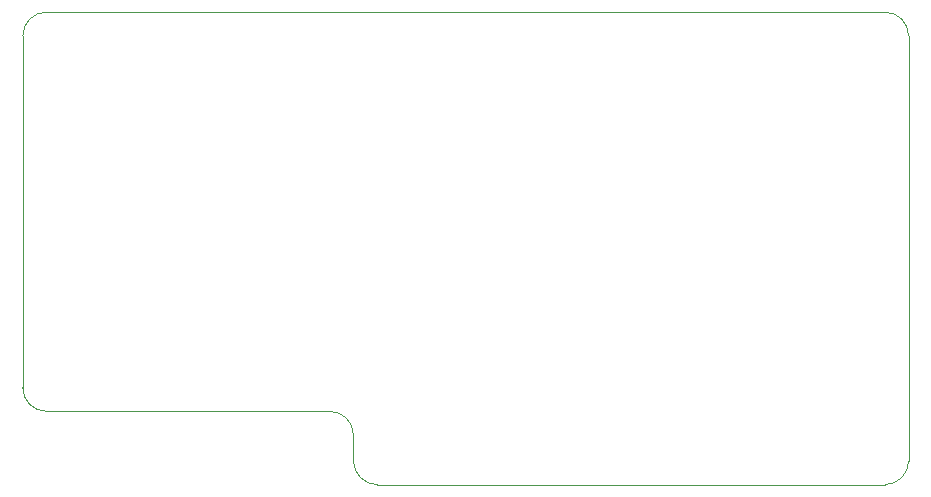
<source format=gbr>
%TF.GenerationSoftware,KiCad,Pcbnew,(6.0.0)*%
%TF.CreationDate,2022-11-26T21:53:32+02:00*%
%TF.ProjectId,mood,6d6f6f64-2e6b-4696-9361-645f70636258,rev?*%
%TF.SameCoordinates,Original*%
%TF.FileFunction,Profile,NP*%
%FSLAX46Y46*%
G04 Gerber Fmt 4.6, Leading zero omitted, Abs format (unit mm)*
G04 Created by KiCad (PCBNEW (6.0.0)) date 2022-11-26 21:53:32*
%MOMM*%
%LPD*%
G01*
G04 APERTURE LIST*
%TA.AperFunction,Profile*%
%ADD10C,0.100000*%
%TD*%
G04 APERTURE END LIST*
D10*
X109100000Y-89500000D02*
G75*
G03*
X107100000Y-91500000I-1J-1999999D01*
G01*
X109100000Y-123300000D02*
X133100000Y-123300000D01*
X107100000Y-121300000D02*
G75*
G03*
X109100000Y-123300000I1999999J-1D01*
G01*
X135100000Y-127500000D02*
G75*
G03*
X137100000Y-129500000I1999999J-1D01*
G01*
X180100000Y-129500000D02*
G75*
G03*
X182100000Y-127500000I1J1999999D01*
G01*
X135100000Y-125300000D02*
G75*
G03*
X133100000Y-123300000I-1999999J1D01*
G01*
X137100000Y-129500000D02*
X180100000Y-129500000D01*
X182100000Y-127500000D02*
X182100000Y-109500000D01*
X180100000Y-89500000D02*
X109100000Y-89500000D01*
X182100000Y-91500000D02*
G75*
G03*
X180100000Y-89500000I-1999999J1D01*
G01*
X182100000Y-109500000D02*
X182100000Y-91500000D01*
X135100000Y-125300000D02*
X135100000Y-127500000D01*
X107100000Y-91500000D02*
X107100000Y-121300000D01*
M02*

</source>
